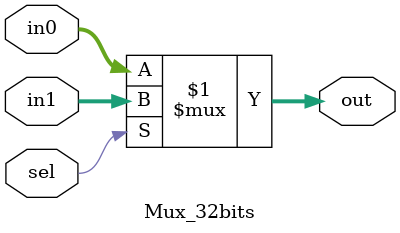
<source format=v>
`timescale 1ns / 1ps


module Mux_5bits( // combinational logic circuit. so do not need clk
    output [4:0] out,
    input [4:0] in0, in1,
    input sel 
    );
    
    assign out = (sel)? in1 : in0;
    
//    always @(sel) begin
//        if(!sel) out = in0;
//        else out = in1; 
//    end
    
endmodule


module Mux_32bits( // combinational logic circuit. so do not need clk
    output [31:0] out,
    input [31:0] in0, in1,
    input sel
    );
    
    assign out = (sel)? in1 : in0;
    
//    always @(sel) begin
//        if(!sel) out = in0;
//        else out = in1; 
//    end
    
endmodule
</source>
